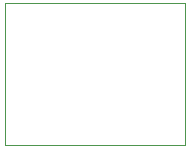
<source format=gbr>
%TF.GenerationSoftware,KiCad,Pcbnew,9.0.7+1*%
%TF.CreationDate,2026-02-23T17:06:27+01:00*%
%TF.ProjectId,ts17-tropic01-mini,74733137-2d74-4726-9f70-696330312d6d,rev?*%
%TF.SameCoordinates,Original*%
%TF.FileFunction,Profile,NP*%
%FSLAX46Y46*%
G04 Gerber Fmt 4.6, Leading zero omitted, Abs format (unit mm)*
G04 Created by KiCad (PCBNEW 9.0.7+1) date 2026-02-23 17:06:27*
%MOMM*%
%LPD*%
G01*
G04 APERTURE LIST*
%TA.AperFunction,Profile*%
%ADD10C,0.050000*%
%TD*%
G04 APERTURE END LIST*
D10*
X130000000Y-102000000D02*
X130000000Y-90000000D01*
X145240000Y-102000000D02*
X130000000Y-102000000D01*
X130000000Y-90000000D02*
X145240000Y-90000000D01*
X145240000Y-90000000D02*
X145240000Y-102000000D01*
M02*

</source>
